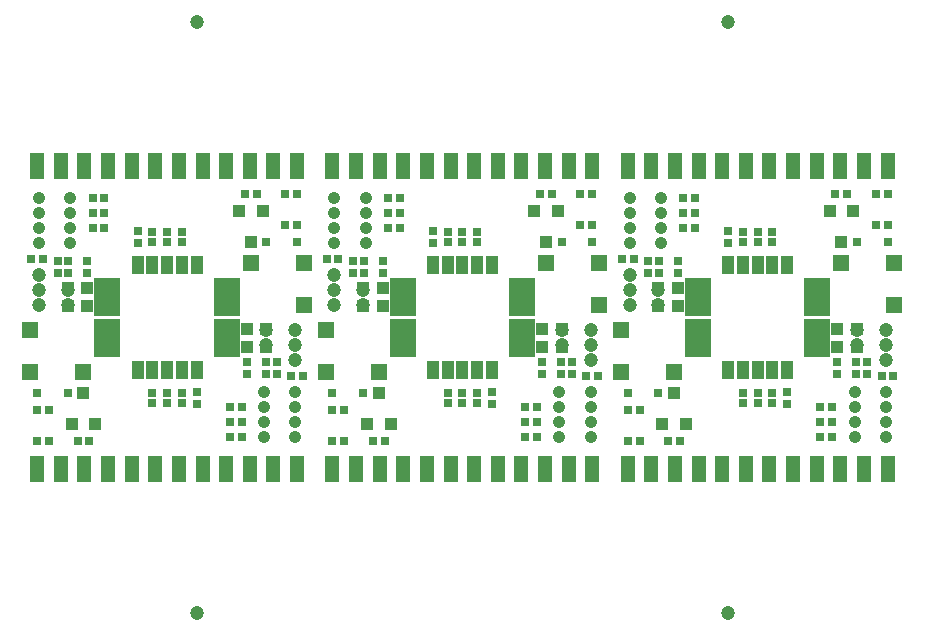
<source format=gts>
G04*
G04 #@! TF.GenerationSoftware,Altium Limited,Altium Designer,21.1.0 (24)*
G04*
G04 Layer_Color=8388736*
%FSLAX25Y25*%
%MOIN*%
G70*
G04*
G04 #@! TF.SameCoordinates,E17B2B31-19E6-4FC6-9C55-F749E7A6AAE1*
G04*
G04*
G04 #@! TF.FilePolarity,Negative*
G04*
G01*
G75*
%ADD41R,0.04417X0.08394*%
%ADD42C,0.04737*%
%ADD43R,0.04816X0.08792*%
%ADD44R,0.03162X0.02769*%
%ADD45R,0.03950X0.04343*%
%ADD46R,0.03123X0.02965*%
%ADD47R,0.05524X0.05524*%
%ADD48R,0.09068X0.12611*%
%ADD49R,0.03950X0.05918*%
%ADD50R,0.02756X0.02559*%
%ADD51R,0.04343X0.03950*%
%ADD52R,0.02769X0.03162*%
%ADD53C,0.04147*%
D41*
X202757Y87240D02*
D03*
X210631D02*
D03*
X218505D02*
D03*
X226379D02*
D03*
X234253D02*
D03*
X242124Y87240D02*
D03*
X249998Y87240D02*
D03*
X257875Y87240D02*
D03*
X265749D02*
D03*
X273623D02*
D03*
X281497D02*
D03*
X289371D02*
D03*
X104332Y87240D02*
D03*
X112206D02*
D03*
X120080D02*
D03*
X127954D02*
D03*
X135828D02*
D03*
X143699Y87240D02*
D03*
X151573Y87240D02*
D03*
X159450Y87240D02*
D03*
X167324D02*
D03*
X175198D02*
D03*
X183072D02*
D03*
X190946D02*
D03*
X5907Y87240D02*
D03*
X13781D02*
D03*
X21655D02*
D03*
X29529D02*
D03*
X37403D02*
D03*
X45273Y87240D02*
D03*
X53147Y87240D02*
D03*
X61024Y87240D02*
D03*
X68898D02*
D03*
X76772D02*
D03*
X84646D02*
D03*
X92520D02*
D03*
X92520Y188350D02*
D03*
X84646D02*
D03*
X76772D02*
D03*
X68898D02*
D03*
X61024D02*
D03*
X53153Y188350D02*
D03*
X45279Y188350D02*
D03*
X37402Y188350D02*
D03*
X29528D02*
D03*
X21654D02*
D03*
X13780D02*
D03*
X5906D02*
D03*
X190945Y188350D02*
D03*
X183071D02*
D03*
X175197D02*
D03*
X167323D02*
D03*
X159449D02*
D03*
X151579Y188350D02*
D03*
X143705Y188350D02*
D03*
X135827Y188350D02*
D03*
X127953D02*
D03*
X120079D02*
D03*
X112205D02*
D03*
X104331D02*
D03*
X289370Y188350D02*
D03*
X281497D02*
D03*
X273622D02*
D03*
X265749D02*
D03*
X257874D02*
D03*
X250004Y188350D02*
D03*
X242130Y188350D02*
D03*
X234253Y188350D02*
D03*
X226379D02*
D03*
X218505D02*
D03*
X210631D02*
D03*
X202757D02*
D03*
D42*
X236221Y39369D02*
D03*
X59055D02*
D03*
Y236221D02*
D03*
X236221Y236220D02*
D03*
X288780Y133517D02*
D03*
Y128517D02*
D03*
Y123517D02*
D03*
X279134Y133517D02*
D03*
Y128517D02*
D03*
X190355Y133517D02*
D03*
Y128517D02*
D03*
Y123517D02*
D03*
X180709Y133517D02*
D03*
Y128517D02*
D03*
X91930Y133517D02*
D03*
Y128517D02*
D03*
Y123517D02*
D03*
X82284Y133517D02*
D03*
Y128517D02*
D03*
X6497Y142073D02*
D03*
Y147073D02*
D03*
Y152073D02*
D03*
X16143Y142073D02*
D03*
Y147073D02*
D03*
X104922Y142073D02*
D03*
Y147073D02*
D03*
Y152073D02*
D03*
X114568Y142073D02*
D03*
Y147073D02*
D03*
X203347Y142073D02*
D03*
Y147073D02*
D03*
Y152073D02*
D03*
X212993Y142073D02*
D03*
Y147073D02*
D03*
D43*
X289371Y87240D02*
D03*
X281497D02*
D03*
X273623D02*
D03*
X265749D02*
D03*
X257875D02*
D03*
X250001D02*
D03*
X242127D02*
D03*
X234253D02*
D03*
X226379D02*
D03*
X218505D02*
D03*
X210631D02*
D03*
X202757D02*
D03*
X190946D02*
D03*
X183072D02*
D03*
X175198D02*
D03*
X167324D02*
D03*
X159450D02*
D03*
X151576D02*
D03*
X143702D02*
D03*
X135828D02*
D03*
X127954D02*
D03*
X120080D02*
D03*
X112206D02*
D03*
X104332D02*
D03*
X92520D02*
D03*
X84646D02*
D03*
X76772D02*
D03*
X68898D02*
D03*
X61024D02*
D03*
X53150D02*
D03*
X45276D02*
D03*
X37402D02*
D03*
X29528D02*
D03*
X21654D02*
D03*
X13780D02*
D03*
X5906D02*
D03*
X5906Y188350D02*
D03*
X13780D02*
D03*
X21654D02*
D03*
X29528D02*
D03*
X37402D02*
D03*
X45276D02*
D03*
X53150D02*
D03*
X61024D02*
D03*
X68898D02*
D03*
X76772D02*
D03*
X84646D02*
D03*
X92520D02*
D03*
X104332D02*
D03*
X112206D02*
D03*
X120080D02*
D03*
X127954D02*
D03*
X135828D02*
D03*
X143702D02*
D03*
X151576D02*
D03*
X159450D02*
D03*
X167324D02*
D03*
X175198D02*
D03*
X183072D02*
D03*
X190946D02*
D03*
X202757D02*
D03*
X210631D02*
D03*
X218505D02*
D03*
X226379D02*
D03*
X234253D02*
D03*
X242127D02*
D03*
X250001D02*
D03*
X257875D02*
D03*
X265749D02*
D03*
X273623D02*
D03*
X281497D02*
D03*
X289371D02*
D03*
D44*
X202757Y96727D02*
D03*
X206694D02*
D03*
X202757Y106874D02*
D03*
X206694D02*
D03*
X287402Y118375D02*
D03*
X291339D02*
D03*
X266962Y103046D02*
D03*
X270899D02*
D03*
X266962Y108046D02*
D03*
X270899D02*
D03*
Y98046D02*
D03*
X266962D02*
D03*
X216211Y96727D02*
D03*
X220148D02*
D03*
X104332D02*
D03*
X108269D02*
D03*
X104332Y106874D02*
D03*
X108269D02*
D03*
X188977Y118375D02*
D03*
X192914D02*
D03*
X168537Y103046D02*
D03*
X172474D02*
D03*
X168537Y108046D02*
D03*
X172474D02*
D03*
Y98046D02*
D03*
X168537D02*
D03*
X117786Y96727D02*
D03*
X121723D02*
D03*
X5906D02*
D03*
X9843D02*
D03*
X5906Y106874D02*
D03*
X9843D02*
D03*
X90552Y118375D02*
D03*
X94489D02*
D03*
X70112Y103046D02*
D03*
X74049D02*
D03*
X70112Y108046D02*
D03*
X74049D02*
D03*
Y98046D02*
D03*
X70112D02*
D03*
X19361Y96727D02*
D03*
X23298D02*
D03*
X92520Y178863D02*
D03*
X88583D02*
D03*
X92520Y168717D02*
D03*
X88583D02*
D03*
X7875Y157215D02*
D03*
X3938D02*
D03*
X28315Y172544D02*
D03*
X24378D02*
D03*
X28315Y167544D02*
D03*
X24378D02*
D03*
Y177544D02*
D03*
X28315D02*
D03*
X79066Y178863D02*
D03*
X75129D02*
D03*
X190946D02*
D03*
X187009D02*
D03*
X190946Y168717D02*
D03*
X187009D02*
D03*
X106300Y157215D02*
D03*
X102363D02*
D03*
X126740Y172544D02*
D03*
X122803D02*
D03*
X126740Y167544D02*
D03*
X122803D02*
D03*
Y177544D02*
D03*
X126740D02*
D03*
X177491Y178863D02*
D03*
X173554D02*
D03*
X289371D02*
D03*
X285434D02*
D03*
X289371Y168717D02*
D03*
X285434D02*
D03*
X204725Y157215D02*
D03*
X200788D02*
D03*
X225165Y172544D02*
D03*
X221228D02*
D03*
X225165Y167544D02*
D03*
X221228D02*
D03*
Y177544D02*
D03*
X225165D02*
D03*
X275916Y178863D02*
D03*
X271979D02*
D03*
D45*
X218180Y112602D02*
D03*
X214243Y102202D02*
D03*
X222117D02*
D03*
X119755Y112602D02*
D03*
X115817Y102202D02*
D03*
X123691D02*
D03*
X21329Y112602D02*
D03*
X17392Y102202D02*
D03*
X25266D02*
D03*
X77097Y162989D02*
D03*
X81034Y173389D02*
D03*
X73160D02*
D03*
X175523Y162989D02*
D03*
X179460Y173389D02*
D03*
X171586D02*
D03*
X273948Y162989D02*
D03*
X277885Y173389D02*
D03*
X270011D02*
D03*
D46*
X202757Y112602D02*
D03*
X212993D02*
D03*
X104332D02*
D03*
X114568D02*
D03*
X5906D02*
D03*
X16143D02*
D03*
X92520Y162989D02*
D03*
X82284D02*
D03*
X190946D02*
D03*
X180709D02*
D03*
X289371D02*
D03*
X279134D02*
D03*
D47*
X200463Y133533D02*
D03*
Y119754D02*
D03*
X218180D02*
D03*
X102038Y133533D02*
D03*
Y119754D02*
D03*
X119755D02*
D03*
X3613Y133533D02*
D03*
Y119754D02*
D03*
X21329D02*
D03*
X94814Y142057D02*
D03*
Y155837D02*
D03*
X77097D02*
D03*
X193239Y142057D02*
D03*
Y155837D02*
D03*
X175523D02*
D03*
X291664Y142057D02*
D03*
Y155837D02*
D03*
X273948D02*
D03*
D48*
X226182Y131031D02*
D03*
X265946D02*
D03*
X127757D02*
D03*
X167520D02*
D03*
X29331D02*
D03*
X69095D02*
D03*
X69095Y144559D02*
D03*
X29331D02*
D03*
X167520D02*
D03*
X127757D02*
D03*
X265946D02*
D03*
X226182D02*
D03*
D49*
X246064Y120204D02*
D03*
X250985D02*
D03*
X236221D02*
D03*
X241143D02*
D03*
X255906D02*
D03*
X147639D02*
D03*
X152560D02*
D03*
X137796D02*
D03*
X142717D02*
D03*
X157481D02*
D03*
X49213D02*
D03*
X54135D02*
D03*
X39371D02*
D03*
X44292D02*
D03*
X59056D02*
D03*
X49213Y155386D02*
D03*
X44292D02*
D03*
X59056D02*
D03*
X54135D02*
D03*
X39371D02*
D03*
X147639D02*
D03*
X142717D02*
D03*
X157481D02*
D03*
X152560D02*
D03*
X137796D02*
D03*
X246064D02*
D03*
X241143D02*
D03*
X255906D02*
D03*
X250985D02*
D03*
X236221D02*
D03*
D50*
X250985Y109405D02*
D03*
Y112751D02*
D03*
X241143Y109405D02*
D03*
Y112751D02*
D03*
X246064Y109405D02*
D03*
Y112751D02*
D03*
X152560Y109405D02*
D03*
Y112751D02*
D03*
X142717Y109405D02*
D03*
Y112751D02*
D03*
X147639Y109405D02*
D03*
Y112751D02*
D03*
X54135Y109405D02*
D03*
Y112751D02*
D03*
X44292Y109405D02*
D03*
Y112751D02*
D03*
X49213Y109405D02*
D03*
Y112751D02*
D03*
X44292Y166186D02*
D03*
Y162839D02*
D03*
X54135Y166186D02*
D03*
Y162839D02*
D03*
X49213Y166186D02*
D03*
Y162839D02*
D03*
X142717Y166186D02*
D03*
Y162839D02*
D03*
X152560Y166186D02*
D03*
Y162839D02*
D03*
X147639Y166186D02*
D03*
Y162839D02*
D03*
X241143Y166186D02*
D03*
Y162839D02*
D03*
X250985Y166186D02*
D03*
Y162839D02*
D03*
X246064Y166186D02*
D03*
Y162839D02*
D03*
D51*
X279134Y134069D02*
D03*
Y127966D02*
D03*
X272632Y134082D02*
D03*
Y127980D02*
D03*
X180709Y134069D02*
D03*
Y127966D02*
D03*
X174206Y134082D02*
D03*
Y127980D02*
D03*
X82284Y134069D02*
D03*
Y127966D02*
D03*
X75781Y134082D02*
D03*
Y127980D02*
D03*
X16143Y141522D02*
D03*
Y147624D02*
D03*
X22645Y141508D02*
D03*
Y147611D02*
D03*
X114568Y141522D02*
D03*
Y147624D02*
D03*
X121071Y141508D02*
D03*
Y147611D02*
D03*
X212993Y141522D02*
D03*
Y147624D02*
D03*
X219496Y141508D02*
D03*
Y147611D02*
D03*
D52*
X278938Y122835D02*
D03*
Y118898D02*
D03*
X255906Y109109D02*
D03*
Y113046D02*
D03*
X282599Y118887D02*
D03*
Y122824D02*
D03*
X272632Y118898D02*
D03*
Y122835D02*
D03*
X180512D02*
D03*
Y118898D02*
D03*
X157481Y109109D02*
D03*
Y113046D02*
D03*
X184174Y118887D02*
D03*
Y122824D02*
D03*
X174206Y118898D02*
D03*
Y122835D02*
D03*
X82087D02*
D03*
Y118898D02*
D03*
X59056Y109109D02*
D03*
Y113046D02*
D03*
X85749Y118887D02*
D03*
Y122824D02*
D03*
X75781Y118898D02*
D03*
Y122835D02*
D03*
X16340Y152756D02*
D03*
Y156693D02*
D03*
X39371Y166481D02*
D03*
Y162544D02*
D03*
X12678Y156703D02*
D03*
Y152767D02*
D03*
X22645Y156693D02*
D03*
Y152756D02*
D03*
X114765D02*
D03*
Y156693D02*
D03*
X137796Y166481D02*
D03*
Y162544D02*
D03*
X111103Y156703D02*
D03*
Y152767D02*
D03*
X121071Y156693D02*
D03*
Y152756D02*
D03*
X213190D02*
D03*
Y156693D02*
D03*
X236221Y166481D02*
D03*
Y162544D02*
D03*
X209528Y156703D02*
D03*
Y152767D02*
D03*
X219496Y156693D02*
D03*
Y152756D02*
D03*
D53*
X278347Y103046D02*
D03*
Y98046D02*
D03*
Y113046D02*
D03*
Y108046D02*
D03*
X288780D02*
D03*
Y113046D02*
D03*
Y98046D02*
D03*
Y103046D02*
D03*
X179922D02*
D03*
Y98046D02*
D03*
Y113046D02*
D03*
Y108046D02*
D03*
X190355D02*
D03*
Y113046D02*
D03*
Y98046D02*
D03*
Y103046D02*
D03*
X81497D02*
D03*
Y98046D02*
D03*
Y113046D02*
D03*
Y108046D02*
D03*
X91930D02*
D03*
Y113046D02*
D03*
Y98046D02*
D03*
Y103046D02*
D03*
X16930Y172544D02*
D03*
Y177544D02*
D03*
Y162544D02*
D03*
Y167544D02*
D03*
X6497D02*
D03*
Y162544D02*
D03*
Y177544D02*
D03*
Y172544D02*
D03*
X115355D02*
D03*
Y177544D02*
D03*
Y162544D02*
D03*
Y167544D02*
D03*
X104922D02*
D03*
Y162544D02*
D03*
Y177544D02*
D03*
Y172544D02*
D03*
X213780D02*
D03*
Y177544D02*
D03*
Y162544D02*
D03*
Y167544D02*
D03*
X203347D02*
D03*
Y162544D02*
D03*
Y177544D02*
D03*
Y172544D02*
D03*
M02*

</source>
